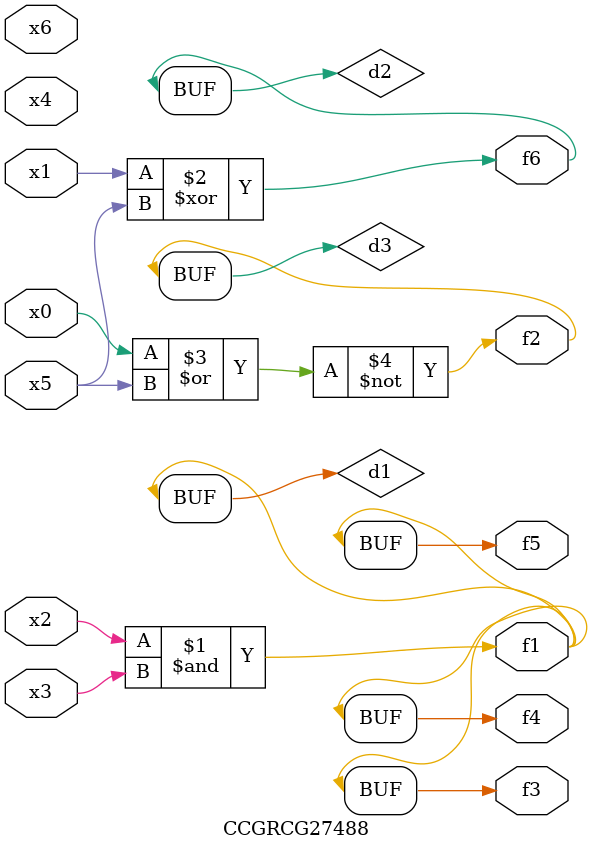
<source format=v>
module CCGRCG27488(
	input x0, x1, x2, x3, x4, x5, x6,
	output f1, f2, f3, f4, f5, f6
);

	wire d1, d2, d3;

	and (d1, x2, x3);
	xor (d2, x1, x5);
	nor (d3, x0, x5);
	assign f1 = d1;
	assign f2 = d3;
	assign f3 = d1;
	assign f4 = d1;
	assign f5 = d1;
	assign f6 = d2;
endmodule

</source>
